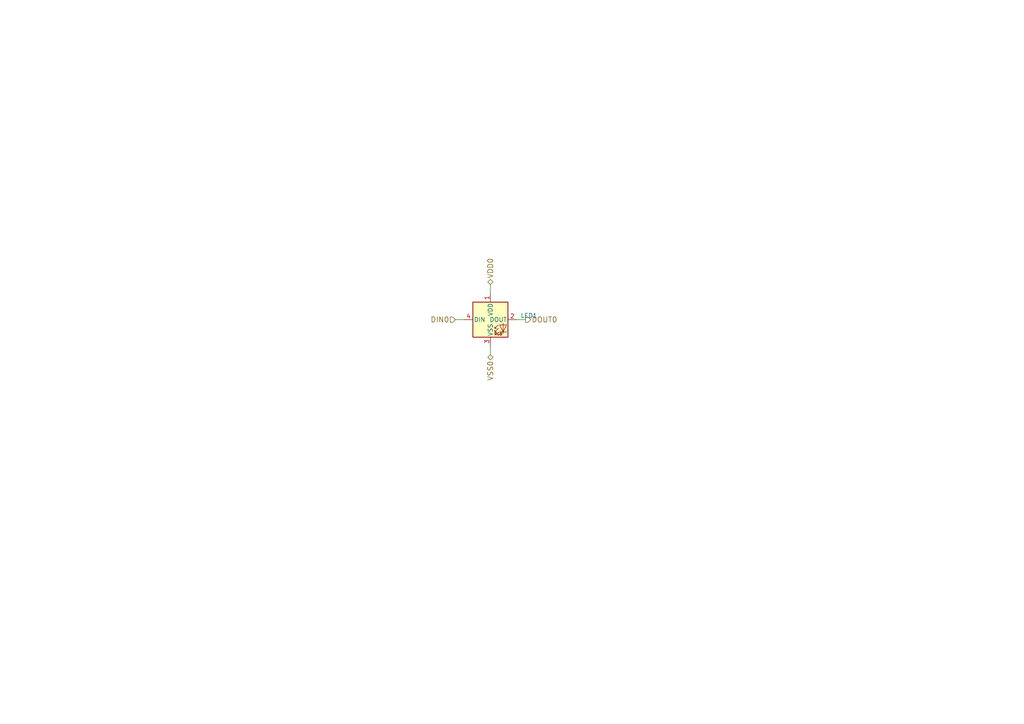
<source format=kicad_sch>
(kicad_sch (version 20211123) (generator eeschema)
  (paper "A4")
  (title_block (date "15 sep 2015"))
  (lib_symbols
    (symbol "amoeba-king-rescue:SK6812MINI_E-amoeba-royale-rescue" (pin_names (offset 0.254))
      (property "Reference" "D" (at 5.08 5.715 0))
      (property "Value" "SK6812MINI_E-amoeba-royale-rescue" (at 1.27 -5.715 0))
      (symbol "SK6812MINI_E-amoeba-royale-rescue_0_0"
        (text "RGB" (at 2.286 -4.191 0) (effects (font (size 0.762 0.762))))
      )
      (symbol "SK6812MINI_E-amoeba-royale-rescue_0_1"
        (polyline (pts (xy 1.27 -3.556) (xy 1.778 -3.556)))
        (polyline (pts (xy 1.27 -2.54) (xy 1.778 -2.54)))
        (polyline (pts (xy 4.699 -3.556) (xy 2.667 -3.556)))
        (polyline (pts (xy 2.286 -2.54) (xy 1.27 -3.556) (xy 1.27 -3.048)))
        (polyline (pts (xy 2.286 -1.524) (xy 1.27 -2.54) (xy 1.27 -2.032)))
        (polyline (pts (xy 3.683 -1.016) (xy 3.683 -3.556) (xy 3.683 -4.064)))
        (polyline (pts (xy 4.699 -1.524) (xy 2.667 -1.524) (xy 3.683 -3.556) (xy 4.699 -1.524)))
        (rectangle (start 5.08 5.08) (end -5.08 -5.08) (stroke (width 0.254)) (fill (type background)))
      )
      (symbol "SK6812MINI_E-amoeba-royale-rescue_1_1"
        (pin power_in line (at 0 7.62 270) (length 2.54) (name "VDD") (number "1"))
        (pin output line (at 7.62 0 180) (length 2.54) (name "DOUT") (number "2"))
        (pin power_out line (at 0 -7.62 90) (length 2.54) (name "VSS") (number "3"))
        (pin input line (at -7.62 0 0) (length 2.54) (name "DIN") (number "4"))
      )
    )
  )
  (wire (pts (xy 142.24 82.55) (xy 142.24 85.09)))
  (wire (pts (xy 132.08 92.71) (xy 134.62 92.71)))
  (wire (pts (xy 142.24 100.33) (xy 142.24 102.87)))
  (wire (pts (xy 149.86 92.71) (xy 152.4 92.71)))
  (hierarchical_label "VDD0" (shape bidirectional) (at 142.24 82.55 90) (effects (font (size 1.524 1.524))))
  (hierarchical_label "DOUT0" (shape output) (at 152.4 92.71 0) (effects (font (size 1.524 1.524))))
  (hierarchical_label "VSS0" (shape bidirectional) (at 142.24 102.87 270) (effects (font (size 1.524 1.524))))
  (hierarchical_label "DIN0" (shape input) (at 132.08 92.71 180) (effects (font (size 1.524 1.524))))
  (symbol (lib_id "amoeba-king-rescue:SK6812MINI_E-amoeba-royale-rescue") (at 142.24 92.71 0) (unit 1)
    (property "Reference" "LED1" (at 150.9776 91.5416 0) (effects (justify left)))
    (property "Datasheet" "https://cdn-shop.adafruit.com/product-files/2686/SK6812MINI_REV.01-1-2.pdf" (effects hide))
  )
)
</source>
